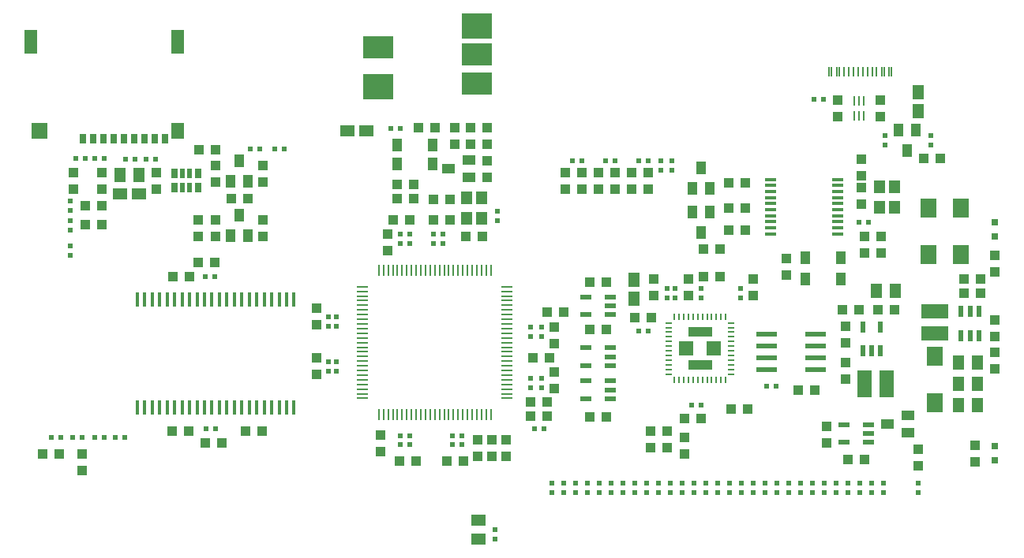
<source format=gbr>
G04 #@! TF.GenerationSoftware,KiCad,Pcbnew,5.1.0-rc2-unknown-036be7d~80~ubuntu16.04.1*
G04 #@! TF.CreationDate,2022-12-16T15:04:29+02:00*
G04 #@! TF.ProjectId,AgonLight2_Rev_B,41676f6e-4c69-4676-9874-325f5265765f,rev?*
G04 #@! TF.SameCoordinates,Original*
G04 #@! TF.FileFunction,Paste,Top*
G04 #@! TF.FilePolarity,Positive*
%FSLAX46Y46*%
G04 Gerber Fmt 4.6, Leading zero omitted, Abs format (unit mm)*
G04 Created by KiCad (PCBNEW 5.1.0-rc2-unknown-036be7d~80~ubuntu16.04.1) date 2022-12-16 15:04:29*
%MOMM*%
%LPD*%
G04 APERTURE LIST*
%ADD10R,1.200000X1.400000*%
%ADD11R,1.270000X1.524000*%
%ADD12R,2.200000X0.600000*%
%ADD13R,0.230000X0.980000*%
%ADD14R,3.253999X2.354000*%
%ADD15R,3.253999X2.754000*%
%ADD16R,1.200000X0.550000*%
%ADD17R,1.016000X1.016000*%
%ADD18R,1.524000X1.270000*%
%ADD19R,0.800000X0.800000*%
%ADD20R,1.000000X1.400000*%
%ADD21R,1.700000X2.000000*%
%ADD22R,1.400000X1.000000*%
%ADD23R,3.000000X1.600000*%
%ADD24R,1.600000X3.000000*%
%ADD25R,0.700000X1.100000*%
%ADD26R,1.400000X1.800000*%
%ADD27R,1.800000X1.800000*%
%ADD28R,1.400000X2.600000*%
%ADD29R,0.762000X1.016000*%
%ADD30R,0.508000X1.016000*%
%ADD31R,0.500000X0.550000*%
%ADD32R,0.550000X0.500000*%
%ADD33R,1.180000X0.230000*%
%ADD34R,0.230000X1.180000*%
%ADD35R,0.400000X1.500000*%
%ADD36R,1.500000X1.500000*%
%ADD37R,2.600000X1.000000*%
%ADD38R,0.230000X0.680000*%
%ADD39R,0.680000X0.230000*%
%ADD40R,0.550000X1.200000*%
%ADD41R,1.270000X0.325000*%
%ADD42R,0.280000X1.130000*%
%ADD43R,0.230000X1.130000*%
G04 APERTURE END LIST*
D10*
X97752000Y-106342000D03*
X99352000Y-108542000D03*
X97752000Y-108542000D03*
X99352000Y-106342000D03*
D11*
X150495000Y-128651000D03*
X152527000Y-128651000D03*
D12*
X135188000Y-124841000D03*
X135188000Y-123571000D03*
X135188000Y-122301000D03*
X135188000Y-121031000D03*
X129988000Y-121031000D03*
X129988000Y-122301000D03*
X129988000Y-123571000D03*
X129988000Y-124841000D03*
D13*
X139827000Y-95964000D03*
X139327000Y-95964000D03*
X140327000Y-95964000D03*
X139327000Y-97584000D03*
X139827000Y-97584000D03*
X140327000Y-97584000D03*
D14*
X98900000Y-91000000D03*
X88300000Y-90200000D03*
X98900000Y-94100000D03*
D15*
X88300000Y-94400000D03*
X98900000Y-87900000D03*
D16*
X113187000Y-118933000D03*
X113187000Y-117983000D03*
X113187000Y-117033000D03*
X110587000Y-118933000D03*
X110587000Y-117033000D03*
X110587000Y-122494000D03*
X110587000Y-124394000D03*
X113187000Y-122494000D03*
X113187000Y-123444000D03*
X113187000Y-124394000D03*
X113187000Y-127950000D03*
X113187000Y-127000000D03*
X113187000Y-126050000D03*
X110587000Y-127950000D03*
X110587000Y-126050000D03*
D17*
X81661000Y-120015000D03*
X81661000Y-118237000D03*
X81661000Y-123571000D03*
X81661000Y-125349000D03*
X92329000Y-134620000D03*
X90551000Y-134620000D03*
X95631000Y-134620000D03*
X97409000Y-134620000D03*
X107188000Y-125095000D03*
X107188000Y-126873000D03*
X107188000Y-120269000D03*
X107188000Y-122047000D03*
X94234000Y-108712000D03*
X96012000Y-108712000D03*
X89916000Y-108712000D03*
X91694000Y-108712000D03*
X71501000Y-132715000D03*
X69723000Y-132715000D03*
X70739000Y-113284000D03*
X68961000Y-113284000D03*
X117856000Y-115062000D03*
X117856000Y-116840000D03*
X122936000Y-130048000D03*
X121158000Y-130048000D03*
X94361000Y-98806000D03*
X92583000Y-98806000D03*
X117602000Y-119253000D03*
X115824000Y-119253000D03*
X98171000Y-98806000D03*
X98171000Y-100584000D03*
X121539000Y-115062000D03*
X121539000Y-116840000D03*
X123190000Y-114808000D03*
X124968000Y-114808000D03*
X128524000Y-115062000D03*
X128524000Y-116840000D03*
D11*
X152527000Y-124079000D03*
X150495000Y-124079000D03*
D18*
X99060000Y-140970000D03*
X99060000Y-143002000D03*
D11*
X150495000Y-126365000D03*
X152527000Y-126365000D03*
D17*
X55626000Y-105410000D03*
X55626000Y-103632000D03*
D11*
X62611000Y-103886000D03*
X60579000Y-103886000D03*
D17*
X136398000Y-132715000D03*
X136398000Y-130937000D03*
X141859000Y-118364000D03*
X143637000Y-118364000D03*
D11*
X143764000Y-116332000D03*
X141732000Y-116332000D03*
D17*
X140081000Y-105283000D03*
X140081000Y-107061000D03*
X140081000Y-102235000D03*
X140081000Y-104013000D03*
X127635000Y-109855000D03*
X125857000Y-109855000D03*
X152908000Y-116586000D03*
X151130000Y-116586000D03*
X152908000Y-115062000D03*
X151130000Y-115062000D03*
X138430000Y-125857000D03*
X138430000Y-124079000D03*
D19*
X154400000Y-134562000D03*
X154400000Y-133038000D03*
X154400000Y-110562000D03*
X154400000Y-109038000D03*
D20*
X94102000Y-102743000D03*
X90302000Y-102743000D03*
X90302000Y-100711000D03*
X94102000Y-100711000D03*
D21*
X150749000Y-112482000D03*
X150749000Y-107482000D03*
X147320000Y-107482000D03*
X147320000Y-112482000D03*
X147955000Y-128357000D03*
X147955000Y-123357000D03*
D20*
X73403460Y-108244640D03*
X74358500Y-110454440D03*
X72456040Y-110454440D03*
X73403460Y-102402640D03*
X74358500Y-104612440D03*
X72456040Y-104612440D03*
D22*
X145125440Y-131632960D03*
X145125440Y-129730500D03*
X142915640Y-130685540D03*
D11*
X115697000Y-115189000D03*
X115697000Y-117221000D03*
D18*
X84963000Y-99187000D03*
X86995000Y-99187000D03*
X62611000Y-105918000D03*
X60579000Y-105918000D03*
D11*
X146177000Y-97028000D03*
X146177000Y-94996000D03*
D23*
X147955000Y-118561000D03*
X147955000Y-120961000D03*
D24*
X142805000Y-126365000D03*
X140405000Y-126365000D03*
D25*
X56650000Y-100050000D03*
X57750000Y-100050000D03*
X58850000Y-100050000D03*
X59950000Y-100050000D03*
X61050000Y-100050000D03*
X62150000Y-100050000D03*
X63250000Y-100050000D03*
X64350000Y-100050000D03*
X65450000Y-100050000D03*
D26*
X66750000Y-99170000D03*
D27*
X51950000Y-99170000D03*
D28*
X51050000Y-89570000D03*
X66750000Y-89570000D03*
D22*
X98008440Y-104200960D03*
X98008440Y-102298500D03*
X95798640Y-103253540D03*
D10*
X143675000Y-107399000D03*
X142075000Y-105199000D03*
X143675000Y-105199000D03*
X142075000Y-107399000D03*
D20*
X122933460Y-103164640D03*
X123888500Y-105374440D03*
X121986040Y-105374440D03*
X123885960Y-107858560D03*
X121983500Y-107858560D03*
X122938540Y-110068360D03*
D17*
X88519000Y-133604000D03*
X88519000Y-131826000D03*
X98933000Y-132334000D03*
X98933000Y-134112000D03*
X100457000Y-134112000D03*
X100457000Y-132334000D03*
X101981000Y-132334000D03*
X101981000Y-134112000D03*
X90297000Y-104902000D03*
X92075000Y-104902000D03*
X92075000Y-106426000D03*
X90297000Y-106426000D03*
X89281000Y-112014000D03*
X89281000Y-110236000D03*
X108204000Y-118618000D03*
X106426000Y-118618000D03*
X104648000Y-129794000D03*
X106426000Y-129794000D03*
X106426000Y-128270000D03*
X104648000Y-128270000D03*
X104902000Y-123571000D03*
X106680000Y-123571000D03*
X99441000Y-110490000D03*
X97663000Y-110490000D03*
X94234000Y-106553000D03*
X96012000Y-106553000D03*
X67945000Y-131445000D03*
X66167000Y-131445000D03*
X66294000Y-114808000D03*
X68072000Y-114808000D03*
X74041000Y-131445000D03*
X75819000Y-131445000D03*
X110998000Y-129921000D03*
X112776000Y-129921000D03*
X110998000Y-115443000D03*
X112776000Y-115443000D03*
X112776000Y-120523000D03*
X110998000Y-120523000D03*
X117475000Y-133223000D03*
X119253000Y-133223000D03*
X119253000Y-131445000D03*
X117475000Y-131445000D03*
X99949000Y-104140000D03*
X99949000Y-102362000D03*
X96520000Y-98806000D03*
X96520000Y-100584000D03*
X127889000Y-129032000D03*
X126111000Y-129032000D03*
X99949000Y-98806000D03*
X99949000Y-100584000D03*
X110109000Y-103632000D03*
X110109000Y-105410000D03*
X108331000Y-105410000D03*
X108331000Y-103632000D03*
X111887000Y-103632000D03*
X111887000Y-105410000D03*
X113665000Y-105410000D03*
X113665000Y-103632000D03*
X115443000Y-103632000D03*
X115443000Y-105410000D03*
X117221000Y-103632000D03*
X117221000Y-105410000D03*
X135128000Y-127000000D03*
X133350000Y-127000000D03*
X68961000Y-108712000D03*
X68961000Y-110490000D03*
X70866000Y-104648000D03*
X70866000Y-102870000D03*
X75946000Y-108712000D03*
X75946000Y-110490000D03*
X75946000Y-104648000D03*
X75946000Y-102870000D03*
X70866000Y-108712000D03*
X70866000Y-110490000D03*
X72517000Y-106426000D03*
X74295000Y-106426000D03*
X56896000Y-109220000D03*
X58674000Y-109220000D03*
X58674000Y-107188000D03*
X56896000Y-107188000D03*
X70866000Y-101219000D03*
X69088000Y-101219000D03*
X58674000Y-105410000D03*
X58674000Y-103632000D03*
X64516000Y-105410000D03*
X64516000Y-103632000D03*
X146177000Y-135128000D03*
X146177000Y-133350000D03*
X142113000Y-95885000D03*
X142113000Y-97663000D03*
X137541000Y-97663000D03*
X137541000Y-95885000D03*
X152273000Y-132969000D03*
X152273000Y-134747000D03*
X140462000Y-134493000D03*
X138684000Y-134493000D03*
X138430000Y-120142000D03*
X138430000Y-121920000D03*
X138049000Y-118364000D03*
X139827000Y-118364000D03*
D29*
X66421000Y-103759000D03*
X66421000Y-105283000D03*
X68961000Y-103759000D03*
X68961000Y-105283000D03*
D30*
X67310000Y-103759000D03*
X68072000Y-103759000D03*
X67310000Y-105283000D03*
X68072000Y-105283000D03*
D31*
X89662000Y-98933000D03*
X90678000Y-98933000D03*
X109093000Y-102362000D03*
X110109000Y-102362000D03*
X113665000Y-102362000D03*
X112649000Y-102362000D03*
D32*
X118618000Y-103378000D03*
X118618000Y-102362000D03*
D31*
X117221000Y-102362000D03*
X116205000Y-102362000D03*
D32*
X119761000Y-102362000D03*
X119761000Y-103378000D03*
X100838000Y-143002000D03*
X100838000Y-141986000D03*
D31*
X74549000Y-101092000D03*
X75565000Y-101092000D03*
D32*
X146177000Y-137033000D03*
X146177000Y-138049000D03*
D31*
X77216000Y-101092000D03*
X78232000Y-101092000D03*
D32*
X106934000Y-137033000D03*
X106934000Y-138049000D03*
X108204000Y-138049000D03*
X108204000Y-137033000D03*
X109474000Y-138049000D03*
X109474000Y-137033000D03*
X110744000Y-137033000D03*
X110744000Y-138049000D03*
D31*
X61087000Y-132080000D03*
X60071000Y-132080000D03*
D32*
X112014000Y-137033000D03*
X112014000Y-138049000D03*
X113284000Y-138049000D03*
X113284000Y-137033000D03*
X114554000Y-138049000D03*
X114554000Y-137033000D03*
X115824000Y-137033000D03*
X115824000Y-138049000D03*
X55245000Y-107696000D03*
X55245000Y-106680000D03*
X117094000Y-137033000D03*
X117094000Y-138049000D03*
X118364000Y-138049000D03*
X118364000Y-137033000D03*
X55245000Y-109855000D03*
X55245000Y-108839000D03*
D31*
X57912000Y-132080000D03*
X58928000Y-132080000D03*
D32*
X119634000Y-138049000D03*
X119634000Y-137033000D03*
X120904000Y-137033000D03*
X120904000Y-138049000D03*
X55245000Y-111506000D03*
X55245000Y-112522000D03*
D31*
X55499000Y-132080000D03*
X56515000Y-132080000D03*
D32*
X122174000Y-138049000D03*
X122174000Y-137033000D03*
X123444000Y-138049000D03*
X123444000Y-137033000D03*
D31*
X54229000Y-132080000D03*
X53213000Y-132080000D03*
D32*
X124714000Y-137033000D03*
X124714000Y-138049000D03*
X125984000Y-137033000D03*
X125984000Y-138049000D03*
X127254000Y-138049000D03*
X127254000Y-137033000D03*
X128524000Y-138049000D03*
X128524000Y-137033000D03*
X129794000Y-137033000D03*
X129794000Y-138049000D03*
X131064000Y-137033000D03*
X131064000Y-138049000D03*
X132334000Y-138049000D03*
X132334000Y-137033000D03*
X133604000Y-138049000D03*
X133604000Y-137033000D03*
X134874000Y-137033000D03*
X134874000Y-138049000D03*
X136144000Y-137033000D03*
X136144000Y-138049000D03*
X137414000Y-138049000D03*
X137414000Y-137033000D03*
X138684000Y-137033000D03*
X138684000Y-138049000D03*
D31*
X56896000Y-102108000D03*
X55880000Y-102108000D03*
D32*
X139954000Y-137033000D03*
X139954000Y-138049000D03*
D31*
X58928000Y-102108000D03*
X57912000Y-102108000D03*
X62230000Y-102235000D03*
X61214000Y-102235000D03*
X64389000Y-102235000D03*
X63373000Y-102235000D03*
X136017000Y-95758000D03*
X135001000Y-95758000D03*
D33*
X86611000Y-121920000D03*
X102111000Y-121920000D03*
X86611000Y-121420000D03*
X86611000Y-120920000D03*
X86611000Y-120420000D03*
X86611000Y-119920000D03*
X86611000Y-119420000D03*
X86611000Y-118920000D03*
X86611000Y-118420000D03*
X86611000Y-117920000D03*
X86611000Y-117420000D03*
X86611000Y-116920000D03*
X86611000Y-116420000D03*
X86611000Y-115920000D03*
X86611000Y-122420000D03*
X86611000Y-122920000D03*
X86611000Y-123420000D03*
X86611000Y-123920000D03*
X86611000Y-124420000D03*
X86611000Y-124920000D03*
X86611000Y-125420000D03*
X86611000Y-125920000D03*
X86611000Y-126420000D03*
X86611000Y-126920000D03*
X86611000Y-127420000D03*
X86611000Y-127920000D03*
D34*
X94361000Y-129670000D03*
X94361000Y-114170000D03*
X93861000Y-129670000D03*
X93361000Y-129670000D03*
X92861000Y-129670000D03*
X92361000Y-129670000D03*
X91861000Y-129670000D03*
X91361000Y-129670000D03*
X90861000Y-129670000D03*
X90361000Y-129670000D03*
X89861000Y-129670000D03*
X89361000Y-129670000D03*
X88861000Y-129670000D03*
X88361000Y-129670000D03*
X94861000Y-129670000D03*
X95361000Y-129670000D03*
X95861000Y-129670000D03*
X96361000Y-129670000D03*
X96861000Y-129670000D03*
X97361000Y-129670000D03*
X97861000Y-129670000D03*
X98361000Y-129670000D03*
X98861000Y-129670000D03*
X99361000Y-129670000D03*
X99861000Y-129670000D03*
X100361000Y-129670000D03*
D33*
X102111000Y-127920000D03*
X102111000Y-127420000D03*
X102111000Y-126920000D03*
X102111000Y-126420000D03*
X102111000Y-125920000D03*
X102111000Y-125420000D03*
X102111000Y-124920000D03*
X102111000Y-124420000D03*
X102111000Y-123920000D03*
X102111000Y-123420000D03*
X102111000Y-122920000D03*
X102111000Y-122420000D03*
X102111000Y-121420000D03*
X102111000Y-120920000D03*
X102111000Y-120420000D03*
X102111000Y-119920000D03*
X102111000Y-119420000D03*
X102111000Y-118920000D03*
X102111000Y-118420000D03*
X102111000Y-117920000D03*
X102111000Y-117420000D03*
X102111000Y-116920000D03*
X102111000Y-116420000D03*
X102111000Y-115920000D03*
D34*
X100361000Y-114170000D03*
X99861000Y-114170000D03*
X99361000Y-114170000D03*
X98861000Y-114170000D03*
X98361000Y-114170000D03*
X97861000Y-114170000D03*
X97361000Y-114170000D03*
X96861000Y-114170000D03*
X96361000Y-114170000D03*
X95861000Y-114170000D03*
X95361000Y-114170000D03*
X94861000Y-114170000D03*
X93861000Y-114170000D03*
X93361000Y-114170000D03*
X92861000Y-114170000D03*
X92361000Y-114170000D03*
X91861000Y-114170000D03*
X91361000Y-114170000D03*
X90861000Y-114170000D03*
X90361000Y-114170000D03*
X89861000Y-114170000D03*
X89361000Y-114170000D03*
X88861000Y-114170000D03*
X88361000Y-114170000D03*
D35*
X62466000Y-128863000D03*
X63266000Y-128863000D03*
X64066000Y-128863000D03*
X64866000Y-128863000D03*
X65666000Y-128863000D03*
X66466000Y-128863000D03*
X67266000Y-128863000D03*
X68066000Y-128863000D03*
X68866000Y-128863000D03*
X69666000Y-128863000D03*
X70466000Y-128863000D03*
X71266000Y-128863000D03*
X72066000Y-128863000D03*
X72866000Y-128863000D03*
X73666000Y-128863000D03*
X74466000Y-128863000D03*
X75266000Y-128863000D03*
X76066000Y-128863000D03*
X76866000Y-128863000D03*
X77666000Y-128863000D03*
X78466000Y-128863000D03*
X79266000Y-128863000D03*
X79266000Y-117263000D03*
X78466000Y-117263000D03*
X77666000Y-117263000D03*
X76866000Y-117263000D03*
X76066000Y-117263000D03*
X75266000Y-117263000D03*
X74466000Y-117263000D03*
X73666000Y-117263000D03*
X72866000Y-117263000D03*
X72066000Y-117263000D03*
X71266000Y-117263000D03*
X70466000Y-117263000D03*
X69666000Y-117263000D03*
X68866000Y-117263000D03*
X68066000Y-117263000D03*
X67266000Y-117263000D03*
X66466000Y-117263000D03*
X65666000Y-117263000D03*
X64866000Y-117263000D03*
X64066000Y-117263000D03*
X63266000Y-117263000D03*
X62466000Y-117263000D03*
D36*
X124309000Y-122555000D03*
D37*
X122809000Y-120805000D03*
D36*
X121309000Y-122555000D03*
D37*
X122809000Y-124305000D03*
D38*
X120059000Y-119190000D03*
X120559000Y-119190000D03*
X121059000Y-119190000D03*
X121559000Y-119190000D03*
X122059000Y-119190000D03*
X122559000Y-119190000D03*
X123059000Y-119190000D03*
X123559000Y-119190000D03*
X124059000Y-119190000D03*
X124559000Y-119190000D03*
X125059000Y-119190000D03*
X125559000Y-119190000D03*
D39*
X126174000Y-119805000D03*
X126174000Y-120305000D03*
X126174000Y-120805000D03*
X126174000Y-121305000D03*
X126174000Y-121805000D03*
X126174000Y-122305000D03*
X126174000Y-122805000D03*
X126174000Y-123305000D03*
X126174000Y-123805000D03*
X126174000Y-124305000D03*
X126174000Y-124805000D03*
X126174000Y-125305000D03*
D38*
X125559000Y-125920000D03*
X125059000Y-125920000D03*
X124559000Y-125920000D03*
X124059000Y-125920000D03*
X123559000Y-125920000D03*
X123059000Y-125920000D03*
X122559000Y-125920000D03*
X122059000Y-125920000D03*
X121559000Y-125920000D03*
X121059000Y-125920000D03*
X120559000Y-125920000D03*
X120059000Y-125920000D03*
D39*
X119444000Y-125305000D03*
X119444000Y-124805000D03*
X119444000Y-124305000D03*
X119444000Y-123805000D03*
X119444000Y-123305000D03*
X119444000Y-122805000D03*
X119444000Y-122305000D03*
X119444000Y-121805000D03*
X119444000Y-121305000D03*
X119444000Y-120805000D03*
X119444000Y-120305000D03*
X119444000Y-119805000D03*
D16*
X138273000Y-130749000D03*
X138273000Y-132649000D03*
X140873000Y-130749000D03*
X140873000Y-131699000D03*
X140873000Y-132649000D03*
D40*
X142174000Y-120239000D03*
X140274000Y-120239000D03*
X142174000Y-122839000D03*
X141224000Y-122839000D03*
X140274000Y-122839000D03*
X150815000Y-118587900D03*
X151765000Y-118587900D03*
X152715000Y-118587900D03*
X152715000Y-121188100D03*
X151765000Y-121188100D03*
X150815000Y-121188100D03*
D41*
X130365500Y-110240000D03*
X130365500Y-109590000D03*
X130365500Y-108940000D03*
X130365500Y-108290000D03*
X130365500Y-107640000D03*
X130365500Y-106990000D03*
X130365500Y-106340000D03*
X130365500Y-105690000D03*
X130365500Y-105040000D03*
X130365500Y-104390000D03*
X137604500Y-104390000D03*
X137604500Y-105040000D03*
X137604500Y-105690000D03*
X137604500Y-106340000D03*
X137604500Y-106990000D03*
X137604500Y-107640000D03*
X137604500Y-108290000D03*
X137604500Y-108940000D03*
X137604500Y-109590000D03*
X137604500Y-110240000D03*
D20*
X145984000Y-99103000D03*
X144084000Y-99103000D03*
X145034000Y-101303000D03*
D42*
X136675000Y-92832000D03*
X143325000Y-92832000D03*
X136925000Y-92832000D03*
X143075000Y-92832000D03*
X137475000Y-92832000D03*
X142525000Y-92832000D03*
X137725000Y-92832000D03*
X142275000Y-92832000D03*
D43*
X140250000Y-92832000D03*
X139250000Y-92832000D03*
X138750000Y-92832000D03*
X139750000Y-92832000D03*
X138250000Y-92832000D03*
X140750000Y-92832000D03*
X141250000Y-92832000D03*
X141750000Y-92832000D03*
D17*
X154432000Y-122936000D03*
X154432000Y-124714000D03*
X154432000Y-121285000D03*
X154432000Y-119507000D03*
X154432000Y-112522000D03*
X154432000Y-114300000D03*
X140462000Y-112268000D03*
X142240000Y-112268000D03*
X127635000Y-104775000D03*
X125857000Y-104775000D03*
X125857000Y-107442000D03*
X127635000Y-107442000D03*
X124968000Y-111887000D03*
X123190000Y-111887000D03*
X121158000Y-133858000D03*
X121158000Y-132080000D03*
X148590000Y-102108000D03*
X146812000Y-102108000D03*
D20*
X134117000Y-112776000D03*
X137917000Y-112776000D03*
X137917000Y-115062000D03*
X134117000Y-115062000D03*
D17*
X142240000Y-110490000D03*
X140462000Y-110490000D03*
X132080000Y-112903000D03*
X132080000Y-114681000D03*
D32*
X82931000Y-120142000D03*
X82931000Y-119126000D03*
X82931000Y-124968000D03*
X82931000Y-123952000D03*
D31*
X90678000Y-132842000D03*
X91694000Y-132842000D03*
X97282000Y-132842000D03*
X96266000Y-132842000D03*
X105029000Y-131191000D03*
X106045000Y-131191000D03*
D32*
X105791000Y-125730000D03*
X105791000Y-126746000D03*
X105791000Y-121285000D03*
X105791000Y-120269000D03*
D31*
X94234000Y-110236000D03*
X95250000Y-110236000D03*
X90678000Y-110236000D03*
X91694000Y-110236000D03*
D32*
X101092000Y-108839000D03*
X101092000Y-107823000D03*
D31*
X70866000Y-131191000D03*
X69850000Y-131191000D03*
X70739000Y-114808000D03*
X69723000Y-114808000D03*
D32*
X119253000Y-117094000D03*
X119253000Y-116078000D03*
D31*
X122936000Y-128651000D03*
X121920000Y-128651000D03*
X116205000Y-120650000D03*
X117221000Y-120650000D03*
X130937000Y-126619000D03*
X129921000Y-126619000D03*
D32*
X120142000Y-116078000D03*
X120142000Y-117094000D03*
X122936000Y-117094000D03*
X122936000Y-116078000D03*
X127127000Y-117094000D03*
X127127000Y-116078000D03*
D31*
X140843000Y-108966000D03*
X139827000Y-108966000D03*
D32*
X142621000Y-100711000D03*
X142621000Y-99695000D03*
X147574000Y-99695000D03*
X147574000Y-100711000D03*
X83820000Y-119126000D03*
X83820000Y-120142000D03*
X83820000Y-124968000D03*
X83820000Y-123952000D03*
D31*
X90678000Y-131953000D03*
X91694000Y-131953000D03*
X97282000Y-131953000D03*
X96266000Y-131953000D03*
D32*
X104648000Y-126746000D03*
X104648000Y-125730000D03*
X104648000Y-120269000D03*
X104648000Y-121285000D03*
D31*
X95250000Y-111252000D03*
X94234000Y-111252000D03*
X91694000Y-111252000D03*
X90678000Y-111252000D03*
D32*
X141224000Y-137033000D03*
X141224000Y-138049000D03*
X142494000Y-138049000D03*
X142494000Y-137033000D03*
D17*
X56515000Y-133858000D03*
X56515000Y-135636000D03*
X52324000Y-133858000D03*
X54102000Y-133858000D03*
M02*

</source>
